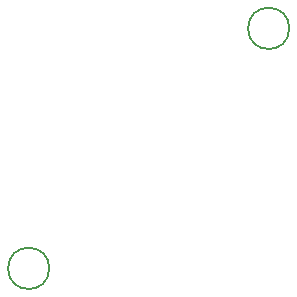
<source format=gbr>
%TF.GenerationSoftware,KiCad,Pcbnew,7.0.9*%
%TF.CreationDate,2023-12-14T21:42:17-08:00*%
%TF.ProjectId,encoder-board,656e636f-6465-4722-9d62-6f6172642e6b,rev?*%
%TF.SameCoordinates,Original*%
%TF.FileFunction,Other,Comment*%
%FSLAX46Y46*%
G04 Gerber Fmt 4.6, Leading zero omitted, Abs format (unit mm)*
G04 Created by KiCad (PCBNEW 7.0.9) date 2023-12-14 21:42:17*
%MOMM*%
%LPD*%
G01*
G04 APERTURE LIST*
%ADD10C,0.150000*%
G04 APERTURE END LIST*
D10*
%TO.C,H2*%
X29690000Y-48260000D02*
G75*
G03*
X29690000Y-48260000I-1750000J0D01*
G01*
%TO.C,H1*%
X50010000Y-27940000D02*
G75*
G03*
X50010000Y-27940000I-1750000J0D01*
G01*
%TD*%
M02*

</source>
